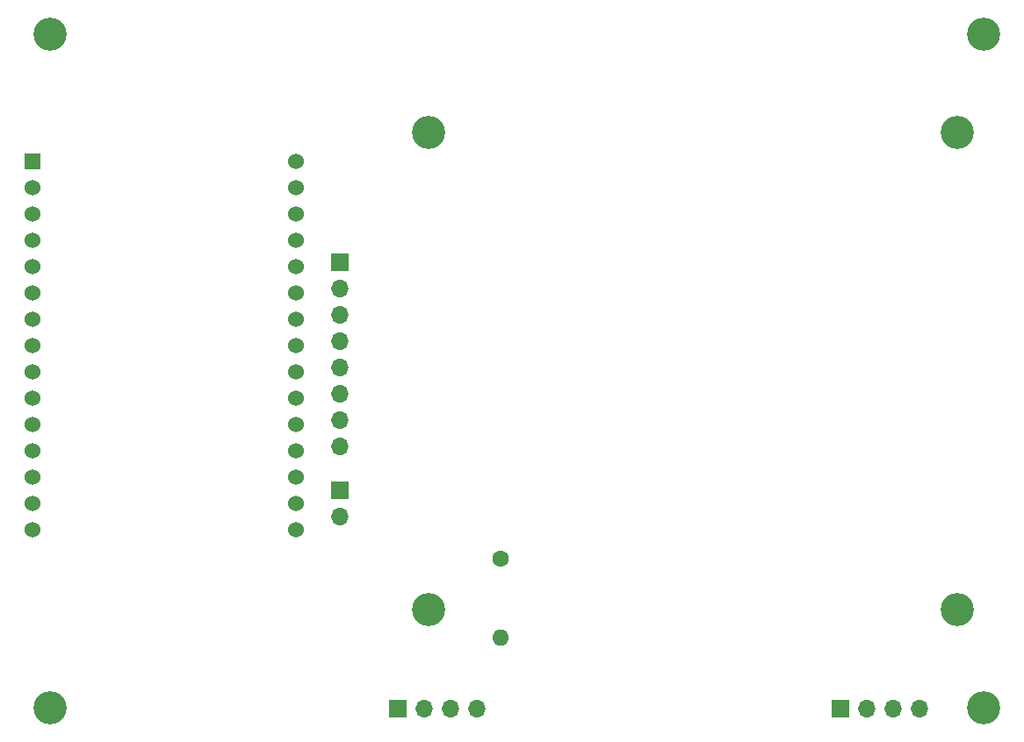
<source format=gbs>
%TF.GenerationSoftware,KiCad,Pcbnew,(5.1.10)-1*%
%TF.CreationDate,2021-12-02T13:25:04+01:00*%
%TF.ProjectId,BlindController,426c696e-6443-46f6-9e74-726f6c6c6572,rev?*%
%TF.SameCoordinates,Original*%
%TF.FileFunction,Soldermask,Bot*%
%TF.FilePolarity,Negative*%
%FSLAX46Y46*%
G04 Gerber Fmt 4.6, Leading zero omitted, Abs format (unit mm)*
G04 Created by KiCad (PCBNEW (5.1.10)-1) date 2021-12-02 13:25:04*
%MOMM*%
%LPD*%
G01*
G04 APERTURE LIST*
%ADD10O,1.600000X1.600000*%
%ADD11C,1.600000*%
%ADD12O,1.700000X1.700000*%
%ADD13R,1.700000X1.700000*%
%ADD14C,3.200000*%
%ADD15C,1.524000*%
%ADD16R,1.524000X1.524000*%
G04 APERTURE END LIST*
D10*
%TO.C,R1*%
X108458000Y-128270000D03*
D11*
X108458000Y-120650000D03*
%TD*%
D12*
%TO.C,KEYBOARD1*%
X106172000Y-135128000D03*
X103632000Y-135128000D03*
X101092000Y-135128000D03*
D13*
X98552000Y-135128000D03*
%TD*%
D12*
%TO.C,ENCODER1*%
X148844000Y-135128000D03*
X146304000Y-135128000D03*
X143764000Y-135128000D03*
D13*
X141224000Y-135128000D03*
%TD*%
D14*
%TO.C,REF\u002A\u002A*%
X101500000Y-79500000D03*
%TD*%
%TO.C,REF\u002A\u002A*%
X152500000Y-79500000D03*
%TD*%
%TO.C,REF\u002A\u002A*%
X152500000Y-125500000D03*
%TD*%
%TO.C,REF\u002A\u002A*%
X101500000Y-125500000D03*
%TD*%
D12*
%TO.C,5V_CONN1*%
X92964000Y-116586000D03*
D13*
X92964000Y-114046000D03*
%TD*%
D14*
%TO.C,REF\u002A\u002A*%
X65000000Y-70000000D03*
%TD*%
%TO.C,REF\u002A\u002A*%
X155000000Y-70000000D03*
%TD*%
%TO.C,REF\u002A\u002A*%
X155000000Y-135000000D03*
%TD*%
%TO.C,REF\u002A\u002A*%
X65000000Y-135000000D03*
%TD*%
D12*
%TO.C,MOTOR_CONTROLLER1*%
X92964000Y-109780000D03*
X92964000Y-107240000D03*
X92964000Y-104700000D03*
X92964000Y-102160000D03*
X92964000Y-99620000D03*
X92964000Y-97080000D03*
X92964000Y-94540000D03*
D13*
X92964000Y-92000000D03*
%TD*%
D15*
%TO.C,U1*%
X88700000Y-82265500D03*
X88700000Y-84805500D03*
X88700000Y-87345500D03*
X88700000Y-89885500D03*
X88700000Y-92425500D03*
X88700000Y-94965500D03*
X88700000Y-97505500D03*
X88700000Y-100045500D03*
X88700000Y-102585500D03*
X88700000Y-105125500D03*
X88700000Y-107665500D03*
X88700000Y-110205500D03*
X88700000Y-112745500D03*
X88700000Y-115285500D03*
X88700000Y-117825500D03*
X63300000Y-117825500D03*
X63300000Y-115285500D03*
X63300000Y-112745500D03*
X63300000Y-110205500D03*
X63300000Y-107665500D03*
X63300000Y-105125500D03*
X63300000Y-102585500D03*
X63300000Y-100045500D03*
X63300000Y-97505500D03*
X63300000Y-94965500D03*
X63300000Y-92425500D03*
X63300000Y-89885500D03*
X63300000Y-87345500D03*
X63300000Y-84805500D03*
D16*
X63300000Y-82265500D03*
%TD*%
M02*

</source>
